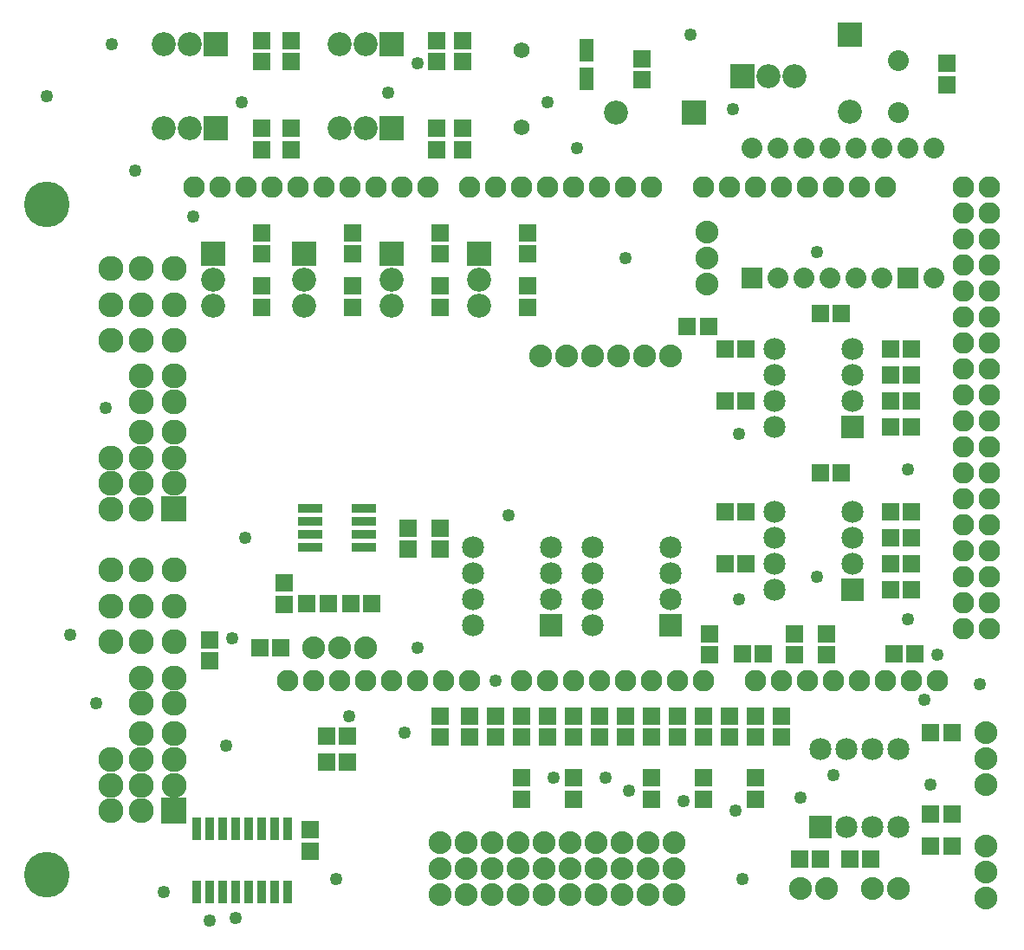
<source format=gts>
G04 MADE WITH FRITZING*
G04 WWW.FRITZING.ORG*
G04 DOUBLE SIDED*
G04 HOLES PLATED*
G04 CONTOUR ON CENTER OF CONTOUR VECTOR*
%ASAXBY*%
%FSLAX23Y23*%
%MOIN*%
%OFA0B0*%
%SFA1.0B1.0*%
%ADD10C,0.088000*%
%ADD11C,0.049370*%
%ADD12C,0.085000*%
%ADD13C,0.092000*%
%ADD14C,0.080000*%
%ADD15C,0.096603*%
%ADD16C,0.175354*%
%ADD17C,0.082917*%
%ADD18C,0.061496*%
%ADD19R,0.085000X0.085000*%
%ADD20R,0.092000X0.092000*%
%ADD21R,0.069055X0.065118*%
%ADD22R,0.036000X0.090000*%
%ADD23R,0.057244X0.088740*%
%ADD24R,0.097000X0.034000*%
%ADD25R,0.065118X0.069055*%
%ADD26R,0.080000X0.080000*%
%ADD27R,0.001000X0.001000*%
%LNMASK1*%
G90*
G70*
G54D10*
X2542Y2374D03*
X2442Y2374D03*
X2342Y2374D03*
X2242Y2374D03*
X2142Y2374D03*
X2042Y2374D03*
G54D11*
X1917Y1761D03*
X2805Y1436D03*
G54D12*
X2080Y1336D03*
X1780Y1336D03*
X2080Y1436D03*
X1780Y1436D03*
X2080Y1536D03*
X1780Y1536D03*
X2080Y1636D03*
X1780Y1636D03*
X2542Y1336D03*
X2242Y1336D03*
X2542Y1436D03*
X2242Y1436D03*
X2542Y1536D03*
X2242Y1536D03*
X2542Y1636D03*
X2242Y1636D03*
G54D13*
X2817Y3449D03*
X2917Y3449D03*
X3017Y3449D03*
G54D11*
X2780Y3324D03*
X2617Y3611D03*
G54D12*
X3242Y1474D03*
X2942Y1474D03*
X3242Y1574D03*
X2942Y1574D03*
X3242Y1674D03*
X2942Y1674D03*
X3242Y1774D03*
X2942Y1774D03*
X3242Y2099D03*
X2942Y2099D03*
X3242Y2199D03*
X2942Y2199D03*
X3242Y2299D03*
X2942Y2299D03*
X3242Y2399D03*
X2942Y2399D03*
G54D14*
X3417Y3511D03*
X3417Y3311D03*
G54D10*
X2455Y299D03*
X2355Y299D03*
X2255Y299D03*
X2155Y299D03*
X2055Y299D03*
X1955Y299D03*
X1855Y299D03*
X1755Y299D03*
X2455Y399D03*
X2355Y399D03*
X2255Y399D03*
X2155Y399D03*
X2055Y399D03*
X1955Y399D03*
X1855Y399D03*
X1755Y399D03*
X2455Y499D03*
X2355Y499D03*
X2255Y499D03*
X2155Y499D03*
X2055Y499D03*
X1955Y499D03*
X1855Y499D03*
X1755Y499D03*
X1655Y499D03*
X1655Y399D03*
X1655Y299D03*
X2555Y499D03*
X2555Y399D03*
X2555Y299D03*
G54D11*
X855Y1286D03*
X767Y199D03*
X867Y211D03*
X2817Y361D03*
X367Y2174D03*
X230Y1299D03*
X830Y874D03*
X3730Y1111D03*
X3167Y761D03*
X3455Y1361D03*
X592Y311D03*
X1255Y361D03*
X3455Y1936D03*
X1867Y1124D03*
X2067Y3349D03*
X2180Y3174D03*
X1567Y1249D03*
X1305Y986D03*
X1517Y924D03*
X2092Y749D03*
X2792Y624D03*
X330Y1036D03*
X3105Y2774D03*
X905Y1674D03*
X480Y3086D03*
X2380Y699D03*
X2592Y661D03*
G54D15*
X630Y2572D03*
X630Y2434D03*
X630Y2297D03*
X630Y2198D03*
X630Y2080D03*
X630Y1982D03*
X630Y1883D03*
X630Y1785D03*
X630Y1411D03*
X630Y1273D03*
X630Y1135D03*
X630Y1037D03*
X630Y919D03*
X630Y820D03*
X630Y722D03*
X630Y623D03*
X504Y2710D03*
X504Y2572D03*
X504Y2434D03*
X504Y2297D03*
X504Y2198D03*
X504Y2080D03*
X504Y1982D03*
X504Y1883D03*
X504Y1785D03*
X504Y1549D03*
X504Y1411D03*
X504Y1273D03*
X504Y1135D03*
X504Y1037D03*
X504Y919D03*
X504Y820D03*
X504Y722D03*
X504Y623D03*
X386Y2710D03*
X386Y2572D03*
X386Y2434D03*
X386Y1982D03*
X386Y1883D03*
X386Y1785D03*
X386Y1549D03*
X386Y1411D03*
X386Y1273D03*
X386Y820D03*
X386Y722D03*
X386Y623D03*
X630Y1549D03*
X630Y2710D03*
G54D16*
X142Y2958D03*
X142Y376D03*
G54D11*
X3042Y674D03*
X3567Y1224D03*
X2805Y2074D03*
X1567Y3499D03*
X3542Y724D03*
X3517Y1049D03*
X2367Y2749D03*
X1455Y3386D03*
X392Y3574D03*
X2292Y749D03*
X892Y3349D03*
X705Y2911D03*
G54D14*
X3555Y3174D03*
X3555Y2674D03*
X3455Y3174D03*
X3455Y2674D03*
X3355Y3174D03*
X3355Y2674D03*
X3255Y3174D03*
X3255Y2674D03*
X3155Y3174D03*
X3155Y2674D03*
X3055Y3174D03*
X3055Y2674D03*
X2955Y3174D03*
X2955Y2674D03*
X2855Y3174D03*
X2855Y2674D03*
G54D11*
X142Y3374D03*
G54D10*
X1367Y1249D03*
X1267Y1249D03*
X1167Y1249D03*
G54D11*
X3105Y1524D03*
G54D12*
X3117Y561D03*
X3117Y861D03*
X3217Y561D03*
X3217Y861D03*
X3317Y561D03*
X3317Y861D03*
X3417Y561D03*
X3417Y861D03*
G54D17*
X2967Y1124D03*
X1367Y1124D03*
X3067Y1124D03*
X3167Y1124D03*
X3267Y1124D03*
X3367Y1124D03*
X3667Y2524D03*
X3467Y1124D03*
X3567Y1124D03*
X1407Y3024D03*
X1967Y1124D03*
X2067Y1124D03*
X2167Y1124D03*
X2267Y1124D03*
X3667Y1724D03*
X2367Y1124D03*
X2467Y1124D03*
X2567Y1124D03*
X2667Y1124D03*
X2167Y3024D03*
X3667Y2924D03*
X3667Y2124D03*
X3667Y1324D03*
X1007Y3024D03*
X1767Y1124D03*
X1767Y3024D03*
X3667Y2724D03*
X3667Y2324D03*
X3667Y1924D03*
X3367Y3024D03*
X3667Y1524D03*
X3267Y3024D03*
X3167Y3024D03*
X3067Y3024D03*
X2967Y3024D03*
X2867Y3024D03*
X2767Y3024D03*
X2667Y3024D03*
X807Y3024D03*
X1207Y3024D03*
X1607Y3024D03*
X1167Y1124D03*
X1567Y1124D03*
X2367Y3024D03*
X1967Y3024D03*
X3667Y3024D03*
X3667Y2824D03*
X3667Y2624D03*
X3667Y2424D03*
X3667Y2224D03*
X3667Y2024D03*
X3667Y1824D03*
X3667Y1624D03*
X3667Y1424D03*
X707Y3024D03*
X907Y3024D03*
X1107Y3024D03*
X1307Y3024D03*
X1507Y3024D03*
X1067Y1124D03*
X1267Y1124D03*
X1467Y1124D03*
X1667Y1124D03*
X2467Y3024D03*
X2267Y3024D03*
X2067Y3024D03*
X1867Y3024D03*
X3767Y3024D03*
X3767Y2924D03*
X3767Y2824D03*
X3767Y2724D03*
X3767Y2624D03*
X3767Y2524D03*
X3767Y2424D03*
X3767Y2324D03*
X3767Y2224D03*
X3767Y2124D03*
X3767Y2024D03*
X3767Y1924D03*
X3767Y1824D03*
X3767Y1724D03*
X3767Y1624D03*
X3767Y1524D03*
X3767Y1424D03*
X3767Y1324D03*
X2867Y1124D03*
G54D13*
X1130Y2767D03*
X1130Y2667D03*
X1130Y2567D03*
X1805Y2767D03*
X1805Y2667D03*
X1805Y2567D03*
X1467Y2767D03*
X1467Y2667D03*
X1467Y2567D03*
X780Y2767D03*
X780Y2667D03*
X780Y2567D03*
G54D10*
X3755Y286D03*
X3755Y386D03*
X3755Y486D03*
X3755Y924D03*
X3755Y824D03*
X3755Y724D03*
X2680Y2849D03*
X2680Y2749D03*
X2680Y2649D03*
X3042Y324D03*
X3142Y324D03*
X3417Y324D03*
X3317Y324D03*
G54D13*
X3230Y3611D03*
X3230Y3313D03*
X2630Y3311D03*
X2332Y3311D03*
G54D18*
X1967Y3253D03*
X1967Y3549D03*
X1967Y3253D03*
X1967Y3549D03*
G54D13*
X792Y3249D03*
X692Y3249D03*
X592Y3249D03*
X1467Y3574D03*
X1367Y3574D03*
X1267Y3574D03*
X792Y3574D03*
X692Y3574D03*
X592Y3574D03*
X1467Y3249D03*
X1367Y3249D03*
X1267Y3249D03*
G54D19*
X2080Y1336D03*
X2542Y1336D03*
G54D20*
X2817Y3449D03*
G54D19*
X3242Y1474D03*
X3242Y2099D03*
G54D21*
X767Y1279D03*
X767Y1199D03*
G54D22*
X717Y311D03*
X767Y311D03*
X817Y311D03*
X867Y311D03*
X917Y311D03*
X967Y311D03*
X1017Y311D03*
X1067Y311D03*
X1067Y553D03*
X1017Y553D03*
X967Y553D03*
X917Y553D03*
X867Y553D03*
X817Y553D03*
X767Y553D03*
X717Y553D03*
G54D23*
X2217Y3439D03*
X2217Y3549D03*
G54D24*
X1155Y1786D03*
X1155Y1736D03*
X1155Y1686D03*
X1155Y1636D03*
X1361Y1636D03*
X1361Y1686D03*
X1361Y1736D03*
X1361Y1786D03*
G54D21*
X1155Y468D03*
X1155Y549D03*
G54D25*
X2605Y2486D03*
X2686Y2486D03*
G54D21*
X2430Y3517D03*
X2430Y3436D03*
X3605Y3499D03*
X3605Y3418D03*
X1055Y1499D03*
X1055Y1418D03*
X1530Y1711D03*
X1530Y1631D03*
X1742Y3168D03*
X1742Y3249D03*
X1642Y3506D03*
X1642Y3586D03*
X1742Y3506D03*
X1742Y3586D03*
X1642Y3168D03*
X1642Y3249D03*
X1080Y3506D03*
X1080Y3586D03*
X967Y3506D03*
X967Y3586D03*
X1080Y3168D03*
X1080Y3249D03*
X967Y3168D03*
X967Y3249D03*
G54D25*
X3467Y2399D03*
X3387Y2399D03*
X3387Y2099D03*
X3467Y2099D03*
X3467Y2199D03*
X3387Y2199D03*
X3467Y2299D03*
X3387Y2299D03*
X3198Y2536D03*
X3117Y2536D03*
X3387Y1474D03*
X3467Y1474D03*
X3467Y1574D03*
X3387Y1574D03*
X3467Y1674D03*
X3387Y1674D03*
X3467Y1774D03*
X3387Y1774D03*
G54D21*
X967Y2562D03*
X967Y2643D03*
X1317Y2562D03*
X1317Y2643D03*
X1655Y2562D03*
X1655Y2643D03*
X1992Y2562D03*
X1992Y2643D03*
X967Y2848D03*
X967Y2767D03*
X1317Y2848D03*
X1317Y2767D03*
X1655Y2848D03*
X1655Y2767D03*
X1992Y2848D03*
X1992Y2767D03*
G54D25*
X2749Y2199D03*
X2830Y2199D03*
X2830Y2399D03*
X2749Y2399D03*
X1298Y811D03*
X1217Y811D03*
G54D21*
X2667Y668D03*
X2667Y749D03*
X2467Y668D03*
X2467Y749D03*
X2167Y668D03*
X2167Y749D03*
X1655Y1711D03*
X1655Y1631D03*
G54D25*
X3198Y1924D03*
X3117Y1924D03*
G54D21*
X3017Y1304D03*
X3017Y1224D03*
X1967Y906D03*
X1967Y986D03*
G54D25*
X1142Y1420D03*
X1223Y1420D03*
X1042Y1249D03*
X962Y1249D03*
G54D21*
X1867Y906D03*
X1867Y986D03*
G54D25*
X1298Y911D03*
X1217Y911D03*
G54D21*
X1655Y906D03*
X1655Y986D03*
G54D25*
X3480Y1226D03*
X3399Y1226D03*
G54D21*
X2692Y1224D03*
X2692Y1304D03*
G54D25*
X3623Y924D03*
X3542Y924D03*
X3231Y436D03*
X3312Y436D03*
X3117Y436D03*
X3037Y436D03*
X3623Y486D03*
X3542Y486D03*
X3542Y611D03*
X3623Y611D03*
G54D26*
X2855Y2674D03*
X3455Y2674D03*
G54D19*
X3117Y561D03*
G54D20*
X1130Y2767D03*
X1805Y2767D03*
X1467Y2767D03*
X780Y2767D03*
X3230Y3612D03*
X2631Y3311D03*
X792Y3249D03*
X1467Y3574D03*
X792Y3574D03*
X1467Y3249D03*
G54D21*
X2767Y906D03*
X2767Y986D03*
X2867Y668D03*
X2867Y749D03*
X2967Y906D03*
X2967Y986D03*
X1967Y668D03*
X1967Y749D03*
X1767Y906D03*
X1767Y986D03*
X2067Y906D03*
X2067Y986D03*
G54D25*
X1392Y1420D03*
X1312Y1420D03*
G54D21*
X2867Y906D03*
X2867Y986D03*
X2667Y906D03*
X2667Y986D03*
X2467Y906D03*
X2467Y986D03*
X2167Y906D03*
X2167Y986D03*
X2567Y906D03*
X2567Y986D03*
X2367Y906D03*
X2367Y986D03*
X2267Y906D03*
X2267Y986D03*
G54D25*
X2749Y1574D03*
X2830Y1574D03*
X2830Y1774D03*
X2749Y1774D03*
X2898Y1226D03*
X2817Y1226D03*
G54D21*
X3142Y1224D03*
X3142Y1304D03*
G54D27*
X582Y1833D02*
X677Y1833D01*
X582Y1832D02*
X677Y1832D01*
X582Y1831D02*
X677Y1831D01*
X582Y1830D02*
X677Y1830D01*
X582Y1829D02*
X677Y1829D01*
X582Y1828D02*
X677Y1828D01*
X582Y1827D02*
X677Y1827D01*
X582Y1826D02*
X677Y1826D01*
X582Y1825D02*
X677Y1825D01*
X582Y1824D02*
X677Y1824D01*
X582Y1823D02*
X677Y1823D01*
X582Y1822D02*
X677Y1822D01*
X582Y1821D02*
X677Y1821D01*
X582Y1820D02*
X677Y1820D01*
X582Y1819D02*
X677Y1819D01*
X582Y1818D02*
X677Y1818D01*
X582Y1817D02*
X677Y1817D01*
X582Y1816D02*
X677Y1816D01*
X582Y1815D02*
X677Y1815D01*
X582Y1814D02*
X677Y1814D01*
X582Y1813D02*
X677Y1813D01*
X582Y1812D02*
X677Y1812D01*
X582Y1811D02*
X677Y1811D01*
X582Y1810D02*
X677Y1810D01*
X582Y1809D02*
X677Y1809D01*
X582Y1808D02*
X677Y1808D01*
X582Y1807D02*
X677Y1807D01*
X582Y1806D02*
X677Y1806D01*
X582Y1805D02*
X677Y1805D01*
X582Y1804D02*
X677Y1804D01*
X582Y1803D02*
X624Y1803D01*
X634Y1803D02*
X677Y1803D01*
X582Y1802D02*
X621Y1802D01*
X637Y1802D02*
X677Y1802D01*
X582Y1801D02*
X620Y1801D01*
X639Y1801D02*
X677Y1801D01*
X582Y1800D02*
X618Y1800D01*
X641Y1800D02*
X677Y1800D01*
X582Y1799D02*
X617Y1799D01*
X642Y1799D02*
X677Y1799D01*
X582Y1798D02*
X616Y1798D01*
X643Y1798D02*
X677Y1798D01*
X582Y1797D02*
X615Y1797D01*
X644Y1797D02*
X677Y1797D01*
X582Y1796D02*
X614Y1796D01*
X645Y1796D02*
X677Y1796D01*
X582Y1795D02*
X613Y1795D01*
X645Y1795D02*
X677Y1795D01*
X582Y1794D02*
X613Y1794D01*
X646Y1794D02*
X677Y1794D01*
X582Y1793D02*
X612Y1793D01*
X646Y1793D02*
X677Y1793D01*
X582Y1792D02*
X612Y1792D01*
X647Y1792D02*
X677Y1792D01*
X582Y1791D02*
X611Y1791D01*
X647Y1791D02*
X677Y1791D01*
X582Y1790D02*
X611Y1790D01*
X647Y1790D02*
X677Y1790D01*
X582Y1789D02*
X611Y1789D01*
X648Y1789D02*
X677Y1789D01*
X582Y1788D02*
X611Y1788D01*
X648Y1788D02*
X677Y1788D01*
X582Y1787D02*
X611Y1787D01*
X648Y1787D02*
X677Y1787D01*
X582Y1786D02*
X611Y1786D01*
X648Y1786D02*
X677Y1786D01*
X582Y1785D02*
X611Y1785D01*
X648Y1785D02*
X677Y1785D01*
X582Y1784D02*
X611Y1784D01*
X648Y1784D02*
X677Y1784D01*
X582Y1783D02*
X611Y1783D01*
X648Y1783D02*
X677Y1783D01*
X582Y1782D02*
X611Y1782D01*
X648Y1782D02*
X677Y1782D01*
X582Y1781D02*
X611Y1781D01*
X648Y1781D02*
X677Y1781D01*
X582Y1780D02*
X611Y1780D01*
X647Y1780D02*
X677Y1780D01*
X582Y1779D02*
X612Y1779D01*
X647Y1779D02*
X677Y1779D01*
X582Y1778D02*
X612Y1778D01*
X647Y1778D02*
X677Y1778D01*
X582Y1777D02*
X613Y1777D01*
X646Y1777D02*
X677Y1777D01*
X582Y1776D02*
X613Y1776D01*
X646Y1776D02*
X677Y1776D01*
X582Y1775D02*
X614Y1775D01*
X645Y1775D02*
X677Y1775D01*
X582Y1774D02*
X615Y1774D01*
X644Y1774D02*
X677Y1774D01*
X582Y1773D02*
X615Y1773D01*
X643Y1773D02*
X677Y1773D01*
X582Y1772D02*
X616Y1772D01*
X642Y1772D02*
X677Y1772D01*
X582Y1771D02*
X618Y1771D01*
X641Y1771D02*
X677Y1771D01*
X582Y1770D02*
X619Y1770D01*
X640Y1770D02*
X677Y1770D01*
X582Y1769D02*
X621Y1769D01*
X638Y1769D02*
X677Y1769D01*
X582Y1768D02*
X623Y1768D01*
X636Y1768D02*
X677Y1768D01*
X582Y1767D02*
X677Y1767D01*
X582Y1766D02*
X677Y1766D01*
X582Y1765D02*
X677Y1765D01*
X582Y1764D02*
X677Y1764D01*
X582Y1763D02*
X677Y1763D01*
X582Y1762D02*
X677Y1762D01*
X582Y1761D02*
X677Y1761D01*
X582Y1760D02*
X677Y1760D01*
X582Y1759D02*
X677Y1759D01*
X582Y1758D02*
X677Y1758D01*
X582Y1757D02*
X677Y1757D01*
X582Y1756D02*
X677Y1756D01*
X582Y1755D02*
X677Y1755D01*
X582Y1754D02*
X677Y1754D01*
X582Y1753D02*
X677Y1753D01*
X582Y1752D02*
X677Y1752D01*
X582Y1751D02*
X677Y1751D01*
X582Y1750D02*
X677Y1750D01*
X582Y1749D02*
X677Y1749D01*
X582Y1748D02*
X677Y1748D01*
X582Y1747D02*
X677Y1747D01*
X582Y1746D02*
X677Y1746D01*
X582Y1745D02*
X677Y1745D01*
X582Y1744D02*
X677Y1744D01*
X582Y1743D02*
X677Y1743D01*
X582Y1742D02*
X677Y1742D01*
X582Y1741D02*
X677Y1741D01*
X582Y1740D02*
X677Y1740D01*
X582Y1739D02*
X677Y1739D01*
X582Y1738D02*
X677Y1738D01*
X582Y1737D02*
X677Y1737D01*
X582Y672D02*
X677Y672D01*
X582Y671D02*
X677Y671D01*
X582Y670D02*
X677Y670D01*
X582Y669D02*
X677Y669D01*
X582Y668D02*
X677Y668D01*
X582Y667D02*
X677Y667D01*
X582Y666D02*
X677Y666D01*
X582Y665D02*
X677Y665D01*
X582Y664D02*
X677Y664D01*
X582Y663D02*
X677Y663D01*
X582Y662D02*
X677Y662D01*
X582Y661D02*
X677Y661D01*
X582Y660D02*
X677Y660D01*
X582Y659D02*
X677Y659D01*
X582Y658D02*
X677Y658D01*
X582Y657D02*
X677Y657D01*
X582Y656D02*
X677Y656D01*
X582Y655D02*
X677Y655D01*
X582Y654D02*
X677Y654D01*
X582Y653D02*
X677Y653D01*
X582Y652D02*
X677Y652D01*
X582Y651D02*
X677Y651D01*
X582Y650D02*
X677Y650D01*
X582Y649D02*
X677Y649D01*
X582Y648D02*
X677Y648D01*
X582Y647D02*
X677Y647D01*
X582Y646D02*
X677Y646D01*
X582Y645D02*
X677Y645D01*
X582Y644D02*
X677Y644D01*
X582Y643D02*
X677Y643D01*
X582Y642D02*
X626Y642D01*
X632Y642D02*
X677Y642D01*
X582Y641D02*
X622Y641D01*
X637Y641D02*
X677Y641D01*
X582Y640D02*
X620Y640D01*
X639Y640D02*
X677Y640D01*
X582Y639D02*
X618Y639D01*
X640Y639D02*
X677Y639D01*
X582Y638D02*
X617Y638D01*
X641Y638D02*
X677Y638D01*
X582Y637D02*
X616Y637D01*
X643Y637D02*
X677Y637D01*
X582Y636D02*
X615Y636D01*
X643Y636D02*
X677Y636D01*
X582Y635D02*
X614Y635D01*
X644Y635D02*
X677Y635D01*
X582Y634D02*
X614Y634D01*
X645Y634D02*
X677Y634D01*
X582Y633D02*
X613Y633D01*
X646Y633D02*
X677Y633D01*
X582Y632D02*
X612Y632D01*
X646Y632D02*
X677Y632D01*
X582Y631D02*
X612Y631D01*
X647Y631D02*
X677Y631D01*
X582Y630D02*
X612Y630D01*
X647Y630D02*
X677Y630D01*
X582Y629D02*
X611Y629D01*
X647Y629D02*
X677Y629D01*
X582Y628D02*
X611Y628D01*
X648Y628D02*
X677Y628D01*
X582Y627D02*
X611Y627D01*
X648Y627D02*
X677Y627D01*
X582Y626D02*
X611Y626D01*
X648Y626D02*
X677Y626D01*
X582Y625D02*
X611Y625D01*
X648Y625D02*
X677Y625D01*
X582Y624D02*
X611Y624D01*
X648Y624D02*
X677Y624D01*
X582Y623D02*
X611Y623D01*
X648Y623D02*
X677Y623D01*
X582Y622D02*
X611Y622D01*
X648Y622D02*
X677Y622D01*
X582Y621D02*
X611Y621D01*
X648Y621D02*
X677Y621D01*
X582Y620D02*
X611Y620D01*
X648Y620D02*
X677Y620D01*
X582Y619D02*
X611Y619D01*
X647Y619D02*
X677Y619D01*
X582Y618D02*
X612Y618D01*
X647Y618D02*
X677Y618D01*
X582Y617D02*
X612Y617D01*
X647Y617D02*
X677Y617D01*
X582Y616D02*
X612Y616D01*
X646Y616D02*
X677Y616D01*
X582Y615D02*
X613Y615D01*
X646Y615D02*
X677Y615D01*
X582Y614D02*
X614Y614D01*
X645Y614D02*
X677Y614D01*
X582Y613D02*
X614Y613D01*
X644Y613D02*
X677Y613D01*
X582Y612D02*
X615Y612D01*
X644Y612D02*
X677Y612D01*
X582Y611D02*
X616Y611D01*
X643Y611D02*
X677Y611D01*
X582Y610D02*
X617Y610D01*
X641Y610D02*
X677Y610D01*
X582Y609D02*
X618Y609D01*
X640Y609D02*
X677Y609D01*
X582Y608D02*
X620Y608D01*
X639Y608D02*
X677Y608D01*
X582Y607D02*
X622Y607D01*
X637Y607D02*
X677Y607D01*
X582Y606D02*
X626Y606D01*
X633Y606D02*
X677Y606D01*
X582Y605D02*
X677Y605D01*
X582Y604D02*
X677Y604D01*
X582Y603D02*
X677Y603D01*
X582Y602D02*
X677Y602D01*
X582Y601D02*
X677Y601D01*
X582Y600D02*
X677Y600D01*
X582Y599D02*
X677Y599D01*
X582Y598D02*
X677Y598D01*
X582Y597D02*
X677Y597D01*
X582Y596D02*
X677Y596D01*
X582Y595D02*
X677Y595D01*
X582Y594D02*
X677Y594D01*
X582Y593D02*
X677Y593D01*
X582Y592D02*
X677Y592D01*
X582Y591D02*
X677Y591D01*
X582Y590D02*
X677Y590D01*
X582Y589D02*
X677Y589D01*
X582Y588D02*
X677Y588D01*
X582Y587D02*
X677Y587D01*
X582Y586D02*
X677Y586D01*
X582Y585D02*
X677Y585D01*
X582Y584D02*
X677Y584D01*
X582Y583D02*
X677Y583D01*
X582Y582D02*
X677Y582D01*
X582Y581D02*
X677Y581D01*
X582Y580D02*
X677Y580D01*
X582Y579D02*
X677Y579D01*
X582Y578D02*
X677Y578D01*
X582Y577D02*
X677Y577D01*
X582Y576D02*
X677Y576D01*
D02*
G04 End of Mask1*
M02*
</source>
